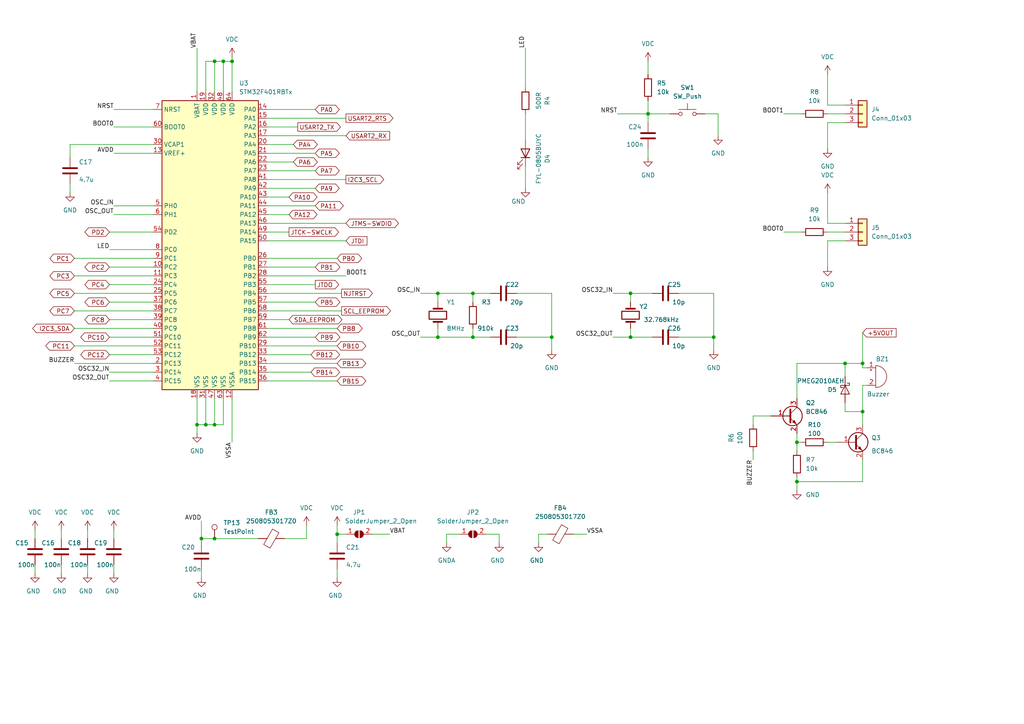
<source format=kicad_sch>
(kicad_sch (version 20211123) (generator eeschema)
  (paper "A4")
  (lib_symbols
    (symbol "Connector:TestPoint" (pin_numbers hide) (pin_names (offset 0.762) hide)
      (property "Reference" "TP" (at 0 6.858 0))
      (property "Value" "TestPoint" (at 0 5.08 0))
      (symbol "TestPoint_0_1"
        (circle (center 0 3.302) (radius 0.762))
      )
      (symbol "TestPoint_1_1"
        (pin passive line (at 0 0 90) (length 2.54) (name "1") (number "1"))
      )
    )
    (symbol "Connector_Generic:Conn_01x03" (pin_names (offset 1.016) hide)
      (property "Reference" "J" (at 0 5.08 0))
      (property "Value" "Conn_01x03" (at 0 -5.08 0))
      (symbol "Conn_01x03_1_1"
        (rectangle (start -1.27 -2.413) (end 0 -2.667) (stroke (width 0.1524)))
        (rectangle (start -1.27 0.127) (end 0 -0.127) (stroke (width 0.1524)))
        (rectangle (start -1.27 2.667) (end 0 2.413) (stroke (width 0.1524)))
        (rectangle (start -1.27 3.81) (end 1.27 -3.81) (stroke (width 0.254)) (fill (type background)))
        (pin passive line (at -5.08 2.54 0) (length 3.81) (name "Pin_1") (number "1"))
        (pin passive line (at -5.08 0 0) (length 3.81) (name "Pin_2") (number "2"))
        (pin passive line (at -5.08 -2.54 0) (length 3.81) (name "Pin_3") (number "3"))
      )
    )
    (symbol "Device:Buzzer" (pin_names (offset 0.0254) hide)
      (property "Reference" "BZ" (at 3.81 1.27 0))
      (property "Value" "Buzzer" (at 3.81 -1.27 0))
      (symbol "Buzzer_0_1"
        (arc (start 0 -3.175) (mid 3.175 0) (end 0 3.175))
        (polyline (pts (xy -1.651 1.905) (xy -1.143 1.905)))
        (polyline (pts (xy -1.397 2.159) (xy -1.397 1.651)))
        (polyline (pts (xy 0 3.175) (xy 0 -3.175)))
      )
      (symbol "Buzzer_1_1"
        (pin passive line (at -2.54 2.54 0) (length 2.54) (name "-") (number "1"))
        (pin passive line (at -2.54 -2.54 0) (length 2.54) (name "+") (number "2"))
      )
    )
    (symbol "Device:C" (pin_numbers hide) (pin_names (offset 0.254))
      (property "Reference" "C" (at 0.635 2.54 0))
      (property "Value" "C" (at 0.635 -2.54 0))
      (symbol "C_0_1"
        (polyline (pts (xy -2.032 -0.762) (xy 2.032 -0.762)) (stroke (width 0.508)))
        (polyline (pts (xy -2.032 0.762) (xy 2.032 0.762)) (stroke (width 0.508)))
      )
      (symbol "C_1_1"
        (pin passive line (at 0 3.81 270) (length 2.794) (name "~") (number "1"))
        (pin passive line (at 0 -3.81 90) (length 2.794) (name "~") (number "2"))
      )
    )
    (symbol "Device:Crystal" (pin_numbers hide) (pin_names (offset 1.016) hide)
      (property "Reference" "Y" (at 0 3.81 0))
      (property "Value" "Crystal" (at 0 -3.81 0))
      (symbol "Crystal_0_1"
        (rectangle (start -1.143 2.54) (end 1.143 -2.54) (stroke (width 0.3048)))
        (polyline (pts (xy -2.54 0) (xy -1.905 0)))
        (polyline (pts (xy -1.905 -1.27) (xy -1.905 1.27)) (stroke (width 0.508)))
        (polyline (pts (xy 1.905 -1.27) (xy 1.905 1.27)) (stroke (width 0.508)))
        (polyline (pts (xy 2.54 0) (xy 1.905 0)))
      )
      (symbol "Crystal_1_1"
        (pin passive line (at -3.81 0 0) (length 1.27) (name "1") (number "1"))
        (pin passive line (at 3.81 0 180) (length 1.27) (name "2") (number "2"))
      )
    )
    (symbol "Device:FerriteBead" (pin_numbers hide) (pin_names (offset 0))
      (property "Reference" "FB" (at -3.81 0.635 90))
      (property "Value" "FerriteBead" (at 3.81 0 90))
      (symbol "FerriteBead_0_1"
        (polyline (pts (xy 0 -1.27) (xy 0 -1.2192)))
        (polyline (pts (xy 0 1.27) (xy 0 1.2954)))
        (polyline (pts (xy -2.7686 0.4064) (xy -1.7018 2.2606) (xy 2.7686 -0.3048) (xy 1.6764 -2.159) (xy -2.7686 0.4064)))
      )
      (symbol "FerriteBead_1_1"
        (pin passive line (at 0 3.81 270) (length 2.54) (name "~") (number "1"))
        (pin passive line (at 0 -3.81 90) (length 2.54) (name "~") (number "2"))
      )
    )
    (symbol "Device:LED" (pin_numbers hide) (pin_names (offset 1.016) hide)
      (property "Reference" "D" (at 0 2.54 0))
      (property "Value" "LED" (at 0 -2.54 0))
      (symbol "LED_0_1"
        (polyline (pts (xy -1.27 -1.27) (xy -1.27 1.27)) (stroke (width 0.254)))
        (polyline (pts (xy -1.27 0) (xy 1.27 0)))
        (polyline (pts (xy 1.27 -1.27) (xy 1.27 1.27) (xy -1.27 0) (xy 1.27 -1.27)) (stroke (width 0.254)))
        (polyline (pts (xy -3.048 -0.762) (xy -4.572 -2.286) (xy -3.81 -2.286) (xy -4.572 -2.286) (xy -4.572 -1.524)))
        (polyline (pts (xy -1.778 -0.762) (xy -3.302 -2.286) (xy -2.54 -2.286) (xy -3.302 -2.286) (xy -3.302 -1.524)))
      )
      (symbol "LED_1_1"
        (pin passive line (at -3.81 0 0) (length 2.54) (name "K") (number "1"))
        (pin passive line (at 3.81 0 180) (length 2.54) (name "A") (number "2"))
      )
    )
    (symbol "Device:R" (pin_numbers hide) (pin_names (offset 0))
      (property "Reference" "R" (at 2.032 0 90))
      (property "Value" "R" (at 0 0 90))
      (symbol "R_0_1"
        (rectangle (start -1.016 -2.54) (end 1.016 2.54) (stroke (width 0.254)))
      )
      (symbol "R_1_1"
        (pin passive line (at 0 3.81 270) (length 1.27) (name "~") (number "1"))
        (pin passive line (at 0 -3.81 90) (length 1.27) (name "~") (number "2"))
      )
    )
    (symbol "Diode:PMEG2010AEH" (pin_numbers hide) (pin_names hide)
      (property "Reference" "D" (at 0 2.54 0))
      (property "Value" "PMEG2010AEH" (at 0 -2.54 0))
      (symbol "PMEG2010AEH_0_1"
        (polyline (pts (xy 1.27 0) (xy -1.27 0)))
        (polyline (pts (xy 1.27 1.27) (xy 1.27 -1.27) (xy -1.27 0) (xy 1.27 1.27)) (stroke (width 0.2032)))
        (polyline (pts (xy -1.905 0.635) (xy -1.905 1.27) (xy -1.27 1.27) (xy -1.27 -1.27) (xy -0.635 -1.27) (xy -0.635 -0.635)) (stroke (width 0.2032)))
      )
      (symbol "PMEG2010AEH_1_1"
        (pin passive line (at -3.81 0 0) (length 2.54) (name "K") (number "1"))
        (pin passive line (at 3.81 0 180) (length 2.54) (name "A") (number "2"))
      )
    )
    (symbol "Jumper:SolderJumper_2_Open" (pin_names (offset 0) hide)
      (property "Reference" "JP" (at 0 2.032 0))
      (property "Value" "SolderJumper_2_Open" (at 0 -2.54 0))
      (symbol "SolderJumper_2_Open_0_1"
        (arc (start -0.254 1.016) (mid -1.27 0) (end -0.254 -1.016))
        (arc (start -0.254 1.016) (mid -1.27 0) (end -0.254 -1.016) (fill (type outline)))
        (polyline (pts (xy -0.254 1.016) (xy -0.254 -1.016)))
        (polyline (pts (xy 0.254 1.016) (xy 0.254 -1.016)))
        (arc (start 0.254 -1.016) (mid 1.27 0) (end 0.254 1.016))
        (arc (start 0.254 -1.016) (mid 1.27 0) (end 0.254 1.016) (fill (type outline)))
      )
      (symbol "SolderJumper_2_Open_1_1"
        (pin passive line (at -3.81 0 0) (length 2.54) (name "A") (number "1"))
        (pin passive line (at 3.81 0 180) (length 2.54) (name "B") (number "2"))
      )
    )
    (symbol "MCU_ST_STM32F4:STM32F401RBTx"
      (property "Reference" "U" (at -15.24 41.91 0))
      (property "Value" "STM32F401RBTx" (at 7.62 41.91 0))
      (symbol "STM32F401RBTx_0_1"
        (rectangle (start -15.24 -43.18) (end 12.7 40.64) (stroke (width 0.254)) (fill (type background)))
      )
      (symbol "STM32F401RBTx_1_1"
        (pin power_in line (at -5.08 43.18 270) (length 2.54) (name "VBAT") (number "1"))
        (pin bidirectional line (at -17.78 -7.62 0) (length 2.54) (name "PC2") (number "10"))
        (pin bidirectional line (at -17.78 -10.16 0) (length 2.54) (name "PC3") (number "11"))
        (pin power_in line (at 5.08 -45.72 90) (length 2.54) (name "VSSA") (number "12"))
        (pin power_in line (at -17.78 25.4 0) (length 2.54) (name "VREF+") (number "13"))
        (pin bidirectional line (at 15.24 38.1 180) (length 2.54) (name "PA0") (number "14"))
        (pin bidirectional line (at 15.24 35.56 180) (length 2.54) (name "PA1") (number "15"))
        (pin bidirectional line (at 15.24 33.02 180) (length 2.54) (name "PA2") (number "16"))
        (pin bidirectional line (at 15.24 30.48 180) (length 2.54) (name "PA3") (number "17"))
        (pin power_in line (at -5.08 -45.72 90) (length 2.54) (name "VSS") (number "18"))
        (pin power_in line (at -2.54 43.18 270) (length 2.54) (name "VDD") (number "19"))
        (pin bidirectional line (at -17.78 -35.56 0) (length 2.54) (name "PC13") (number "2"))
        (pin bidirectional line (at 15.24 27.94 180) (length 2.54) (name "PA4") (number "20"))
        (pin bidirectional line (at 15.24 25.4 180) (length 2.54) (name "PA5") (number "21"))
        (pin bidirectional line (at 15.24 22.86 180) (length 2.54) (name "PA6") (number "22"))
        (pin bidirectional line (at 15.24 20.32 180) (length 2.54) (name "PA7") (number "23"))
        (pin bidirectional line (at -17.78 -12.7 0) (length 2.54) (name "PC4") (number "24"))
        (pin bidirectional line (at -17.78 -15.24 0) (length 2.54) (name "PC5") (number "25"))
        (pin bidirectional line (at 15.24 -5.08 180) (length 2.54) (name "PB0") (number "26"))
        (pin bidirectional line (at 15.24 -7.62 180) (length 2.54) (name "PB1") (number "27"))
        (pin bidirectional line (at 15.24 -10.16 180) (length 2.54) (name "PB2") (number "28"))
        (pin bidirectional line (at 15.24 -30.48 180) (length 2.54) (name "PB10") (number "29"))
        (pin bidirectional line (at -17.78 -38.1 0) (length 2.54) (name "PC14") (number "3"))
        (pin power_in line (at -17.78 27.94 0) (length 2.54) (name "VCAP1") (number "30"))
        (pin power_in line (at -2.54 -45.72 90) (length 2.54) (name "VSS") (number "31"))
        (pin power_in line (at 0 43.18 270) (length 2.54) (name "VDD") (number "32"))
        (pin bidirectional line (at 15.24 -33.02 180) (length 2.54) (name "PB12") (number "33"))
        (pin bidirectional line (at 15.24 -35.56 180) (length 2.54) (name "PB13") (number "34"))
        (pin bidirectional line (at 15.24 -38.1 180) (length 2.54) (name "PB14") (number "35"))
        (pin bidirectional line (at 15.24 -40.64 180) (length 2.54) (name "PB15") (number "36"))
        (pin bidirectional line (at -17.78 -17.78 0) (length 2.54) (name "PC6") (number "37"))
        (pin bidirectional line (at -17.78 -20.32 0) (length 2.54) (name "PC7") (number "38"))
        (pin bidirectional line (at -17.78 -22.86 0) (length 2.54) (name "PC8") (number "39"))
        (pin bidirectional line (at -17.78 -40.64 0) (length 2.54) (name "PC15") (number "4"))
        (pin bidirectional line (at -17.78 -25.4 0) (length 2.54) (name "PC9") (number "40"))
        (pin bidirectional line (at 15.24 17.78 180) (length 2.54) (name "PA8") (number "41"))
        (pin bidirectional line (at 15.24 15.24 180) (length 2.54) (name "PA9") (number "42"))
        (pin bidirectional line (at 15.24 12.7 180) (length 2.54) (name "PA10") (number "43"))
        (pin bidirectional line (at 15.24 10.16 180) (length 2.54) (name "PA11") (number "44"))
        (pin bidirectional line (at 15.24 7.62 180) (length 2.54) (name "PA12") (number "45"))
        (pin bidirectional line (at 15.24 5.08 180) (length 2.54) (name "PA13") (number "46"))
        (pin power_in line (at 0 -45.72 90) (length 2.54) (name "VSS") (number "47"))
        (pin power_in line (at 2.54 43.18 270) (length 2.54) (name "VDD") (number "48"))
        (pin bidirectional line (at 15.24 2.54 180) (length 2.54) (name "PA14") (number "49"))
        (pin input line (at -17.78 10.16 0) (length 2.54) (name "PH0") (number "5"))
        (pin bidirectional line (at 15.24 0 180) (length 2.54) (name "PA15") (number "50"))
        (pin bidirectional line (at -17.78 -27.94 0) (length 2.54) (name "PC10") (number "51"))
        (pin bidirectional line (at -17.78 -30.48 0) (length 2.54) (name "PC11") (number "52"))
        (pin bidirectional line (at -17.78 -33.02 0) (length 2.54) (name "PC12") (number "53"))
        (pin bidirectional line (at -17.78 2.54 0) (length 2.54) (name "PD2") (number "54"))
        (pin bidirectional line (at 15.24 -12.7 180) (length 2.54) (name "PB3") (number "55"))
        (pin bidirectional line (at 15.24 -15.24 180) (length 2.54) (name "PB4") (number "56"))
        (pin bidirectional line (at 15.24 -17.78 180) (length 2.54) (name "PB5") (number "57"))
        (pin bidirectional line (at 15.24 -20.32 180) (length 2.54) (name "PB6") (number "58"))
        (pin bidirectional line (at 15.24 -22.86 180) (length 2.54) (name "PB7") (number "59"))
        (pin input line (at -17.78 7.62 0) (length 2.54) (name "PH1") (number "6"))
        (pin input line (at -17.78 33.02 0) (length 2.54) (name "BOOT0") (number "60"))
        (pin bidirectional line (at 15.24 -25.4 180) (length 2.54) (name "PB8") (number "61"))
        (pin bidirectional line (at 15.24 -27.94 180) (length 2.54) (name "PB9") (number "62"))
        (pin power_in line (at 2.54 -45.72 90) (length 2.54) (name "VSS") (number "63"))
        (pin power_in line (at 5.08 43.18 270) (length 2.54) (name "VDD") (number "64"))
        (pin input line (at -17.78 38.1 0) (length 2.54) (name "NRST") (number "7"))
        (pin bidirectional line (at -17.78 -2.54 0) (length 2.54) (name "PC0") (number "8"))
        (pin bidirectional line (at -17.78 -5.08 0) (length 2.54) (name "PC1") (number "9"))
      )
    )
    (symbol "Switch:SW_Push" (pin_numbers hide) (pin_names (offset 1.016) hide)
      (property "Reference" "SW" (at 1.27 2.54 0))
      (property "Value" "SW_Push" (at 0 -1.524 0))
      (symbol "SW_Push_0_1"
        (circle (center -2.032 0) (radius 0.508))
        (polyline (pts (xy 0 1.27) (xy 0 3.048)))
        (polyline (pts (xy 2.54 1.27) (xy -2.54 1.27)))
        (circle (center 2.032 0) (radius 0.508))
        (pin passive line (at -5.08 0 0) (length 2.54) (name "1") (number "1"))
        (pin passive line (at 5.08 0 180) (length 2.54) (name "2") (number "2"))
      )
    )
    (symbol "Transistor_BJT:BC846" (pin_names (offset 0) hide)
      (property "Reference" "Q" (at 5.08 1.905 0))
      (property "Value" "BC846" (at 5.08 0 0))
      (symbol "BC846_0_1"
        (polyline (pts (xy 0.635 0.635) (xy 2.54 2.54)))
        (polyline (pts (xy 0.635 -0.635) (xy 2.54 -2.54) (xy 2.54 -2.54)))
        (polyline (pts (xy 0.635 1.905) (xy 0.635 -1.905) (xy 0.635 -1.905)) (stroke (width 0.508)))
        (polyline (pts (xy 1.27 -1.778) (xy 1.778 -1.27) (xy 2.286 -2.286) (xy 1.27 -1.778) (xy 1.27 -1.778)) (fill (type outline)))
        (circle (center 1.27 0) (radius 2.8194) (stroke (width 0.254)))
      )
      (symbol "BC846_1_1"
        (pin input line (at -5.08 0 0) (length 5.715) (name "B") (number "1"))
        (pin passive line (at 2.54 -5.08 90) (length 2.54) (name "E") (number "2"))
        (pin passive line (at 2.54 5.08 270) (length 2.54) (name "C") (number "3"))
      )
    )
    (symbol "power:GND" (power) (pin_names (offset 0))
      (property "Value" "GND" (at 0 -3.81 0))
      (symbol "GND_0_1"
        (polyline (pts (xy 0 0) (xy 0 -1.27) (xy 1.27 -1.27) (xy 0 -2.54) (xy -1.27 -1.27) (xy 0 -1.27)))
      )
      (symbol "GND_1_1"
        (pin power_in line (at 0 0 270) (length 0) hide (name "GND") (number "1"))
      )
    )
    (symbol "power:GNDA" (power) (pin_names (offset 0))
      (property "Value" "GNDA" (at 0 -3.81 0))
      (symbol "GNDA_0_1"
        (polyline (pts (xy 0 0) (xy 0 -1.27) (xy 1.27 -1.27) (xy 0 -2.54) (xy -1.27 -1.27) (xy 0 -1.27)))
      )
      (symbol "GNDA_1_1"
        (pin power_in line (at 0 0 270) (length 0) hide (name "GNDA") (number "1"))
      )
    )
    (symbol "power:VDC" (power) (pin_names (offset 0))
      (property "Value" "VDC" (at 0 6.35 0))
      (symbol "VDC_0_1"
        (polyline (pts (xy -0.762 1.27) (xy 0 2.54)))
        (polyline (pts (xy 0 0) (xy 0 2.54)))
        (polyline (pts (xy 0 2.54) (xy 0.762 1.27)))
      )
      (symbol "VDC_1_1"
        (pin power_in line (at 0 0 90) (length 0) hide (name "VDC") (number "1"))
      )
    )
  )
  (junction (at 59.69 123.19))
  (junction (at 245.11 105.41))
  (junction (at 62.23 17.78))
  (junction (at 231.14 128.27))
  (junction (at 62.23 156.21))
  (junction (at 137.16 97.79))
  (junction (at 207.01 97.79))
  (junction (at 250.19 119.38))
  (junction (at 127 85.09))
  (junction (at 57.15 123.19))
  (junction (at 127 97.79))
  (junction (at 62.23 123.19))
  (junction (at 67.31 17.78))
  (junction (at 250.19 105.41))
  (junction (at 231.14 139.7))
  (junction (at 97.79 154.94))
  (junction (at 137.16 85.09))
  (junction (at 58.42 156.21))
  (junction (at 160.02 97.79))
  (junction (at 182.88 85.09))
  (junction (at 64.77 17.78))
  (junction (at 182.88 97.79))
  (junction (at 187.96 33.02))
  (wire (pts (xy 62.23 123.19) (xy 59.69 123.19)))
  (wire (pts (xy 133.35 154.94) (xy 129.54 154.94)))
  (wire (pts (xy 182.88 97.79) (xy 189.23 97.79)))
  (wire (pts (xy 21.59 90.17) (xy 44.45 90.17)))
  (wire (pts (xy 33.02 163.83) (xy 33.02 166.37)))
  (wire (pts (xy 207.01 85.09) (xy 207.01 97.79)))
  (wire (pts (xy 67.31 16.51) (xy 67.31 17.78)))
  (wire (pts (xy 121.92 97.79) (xy 127 97.79)))
  (wire (pts (xy 77.47 105.41) (xy 97.79 105.41)))
  (wire (pts (xy 58.42 165.1) (xy 58.42 167.64)))
  (wire (pts (xy 77.47 31.75) (xy 91.44 31.75)))
  (wire (pts (xy 77.47 110.49) (xy 97.79 110.49)))
  (wire (pts (xy 17.78 163.83) (xy 17.78 166.37)))
  (wire (pts (xy 207.01 97.79) (xy 207.01 101.6)))
  (wire (pts (xy 218.44 133.35) (xy 218.44 130.81)))
  (wire (pts (xy 187.96 33.02) (xy 187.96 35.56)))
  (wire (pts (xy 152.4 13.97) (xy 152.4 25.4)))
  (wire (pts (xy 196.85 97.79) (xy 207.01 97.79)))
  (wire (pts (xy 97.79 165.1) (xy 97.79 167.64)))
  (wire (pts (xy 149.86 97.79) (xy 160.02 97.79)))
  (wire (pts (xy 64.77 115.57) (xy 64.77 123.19)))
  (wire (pts (xy 33.02 36.83) (xy 44.45 36.83)))
  (wire (pts (xy 17.78 153.67) (xy 17.78 156.21)))
  (wire (pts (xy 160.02 85.09) (xy 160.02 97.79)))
  (wire (pts (xy 240.03 55.88) (xy 240.03 64.77)))
  (wire (pts (xy 21.59 105.41) (xy 44.45 105.41)))
  (wire (pts (xy 31.75 102.87) (xy 44.45 102.87)))
  (wire (pts (xy 177.8 85.09) (xy 182.88 85.09)))
  (wire (pts (xy 88.9 156.21) (xy 82.55 156.21)))
  (wire (pts (xy 77.47 85.09) (xy 99.06 85.09)))
  (wire (pts (xy 58.42 156.21) (xy 58.42 157.48)))
  (wire (pts (xy 77.47 46.99) (xy 85.09 46.99)))
  (wire (pts (xy 31.75 87.63) (xy 44.45 87.63)))
  (wire (pts (xy 149.86 85.09) (xy 160.02 85.09)))
  (wire (pts (xy 245.11 116.84) (xy 245.11 119.38)))
  (wire (pts (xy 33.02 44.45) (xy 44.45 44.45)))
  (wire (pts (xy 137.16 97.79) (xy 137.16 95.25)))
  (wire (pts (xy 20.32 41.91) (xy 20.32 45.72)))
  (wire (pts (xy 240.03 43.18) (xy 240.03 35.56)))
  (wire (pts (xy 77.47 49.53) (xy 91.44 49.53)))
  (wire (pts (xy 196.85 85.09) (xy 207.01 85.09)))
  (wire (pts (xy 245.11 105.41) (xy 250.19 105.41)))
  (wire (pts (xy 231.14 105.41) (xy 245.11 105.41)))
  (wire (pts (xy 77.47 69.85) (xy 100.33 69.85)))
  (wire (pts (xy 245.11 105.41) (xy 245.11 109.22)))
  (wire (pts (xy 62.23 17.78) (xy 62.23 26.67)))
  (wire (pts (xy 121.92 85.09) (xy 127 85.09)))
  (wire (pts (xy 31.75 67.31) (xy 44.45 67.31)))
  (wire (pts (xy 67.31 17.78) (xy 67.31 26.67)))
  (wire (pts (xy 77.47 57.15) (xy 83.82 57.15)))
  (wire (pts (xy 77.47 36.83) (xy 86.36 36.83)))
  (wire (pts (xy 250.19 106.68) (xy 251.46 106.68)))
  (wire (pts (xy 77.47 64.77) (xy 100.33 64.77)))
  (wire (pts (xy 158.75 154.94) (xy 156.21 154.94)))
  (wire (pts (xy 88.9 152.4) (xy 88.9 156.21)))
  (wire (pts (xy 64.77 17.78) (xy 67.31 17.78)))
  (wire (pts (xy 250.19 96.52) (xy 250.19 105.41)))
  (wire (pts (xy 156.21 154.94) (xy 156.21 157.48)))
  (wire (pts (xy 77.47 107.95) (xy 90.17 107.95)))
  (wire (pts (xy 77.47 87.63) (xy 91.44 87.63)))
  (wire (pts (xy 33.02 31.75) (xy 44.45 31.75)))
  (wire (pts (xy 33.02 62.23) (xy 44.45 62.23)))
  (wire (pts (xy 179.07 33.02) (xy 187.96 33.02)))
  (wire (pts (xy 232.41 128.27) (xy 231.14 128.27)))
  (wire (pts (xy 77.47 77.47) (xy 91.44 77.47)))
  (wire (pts (xy 240.03 21.59) (xy 240.03 30.48)))
  (wire (pts (xy 204.47 33.02) (xy 208.28 33.02)))
  (wire (pts (xy 58.42 156.21) (xy 62.23 156.21)))
  (wire (pts (xy 250.19 139.7) (xy 231.14 139.7)))
  (wire (pts (xy 231.14 139.7) (xy 231.14 142.24)))
  (wire (pts (xy 182.88 85.09) (xy 182.88 87.63)))
  (wire (pts (xy 31.75 72.39) (xy 44.45 72.39)))
  (wire (pts (xy 152.4 33.02) (xy 152.4 40.64)))
  (wire (pts (xy 21.59 100.33) (xy 44.45 100.33)))
  (wire (pts (xy 137.16 85.09) (xy 137.16 87.63)))
  (wire (pts (xy 25.4 163.83) (xy 25.4 166.37)))
  (wire (pts (xy 64.77 123.19) (xy 62.23 123.19)))
  (wire (pts (xy 33.02 59.69) (xy 44.45 59.69)))
  (wire (pts (xy 10.16 153.67) (xy 10.16 156.21)))
  (wire (pts (xy 97.79 152.4) (xy 97.79 154.94)))
  (wire (pts (xy 250.19 111.76) (xy 251.46 111.76)))
  (wire (pts (xy 77.47 54.61) (xy 91.44 54.61)))
  (wire (pts (xy 77.47 59.69) (xy 91.44 59.69)))
  (wire (pts (xy 182.88 85.09) (xy 189.23 85.09)))
  (wire (pts (xy 187.96 29.21) (xy 187.96 33.02)))
  (wire (pts (xy 77.47 52.07) (xy 100.33 52.07)))
  (wire (pts (xy 127 85.09) (xy 137.16 85.09)))
  (wire (pts (xy 77.47 62.23) (xy 83.82 62.23)))
  (wire (pts (xy 240.03 33.02) (xy 245.11 33.02)))
  (wire (pts (xy 240.03 67.31) (xy 245.11 67.31)))
  (wire (pts (xy 10.16 163.83) (xy 10.16 166.37)))
  (wire (pts (xy 67.31 115.57) (xy 67.31 128.27)))
  (wire (pts (xy 177.8 97.79) (xy 182.88 97.79)))
  (wire (pts (xy 77.47 41.91) (xy 85.09 41.91)))
  (wire (pts (xy 142.24 85.09) (xy 137.16 85.09)))
  (wire (pts (xy 240.03 69.85) (xy 245.11 69.85)))
  (wire (pts (xy 240.03 64.77) (xy 245.11 64.77)))
  (wire (pts (xy 59.69 115.57) (xy 59.69 123.19)))
  (wire (pts (xy 31.75 110.49) (xy 44.45 110.49)))
  (wire (pts (xy 223.52 120.65) (xy 218.44 120.65)))
  (wire (pts (xy 142.24 97.79) (xy 137.16 97.79)))
  (wire (pts (xy 59.69 123.19) (xy 57.15 123.19)))
  (wire (pts (xy 250.19 119.38) (xy 250.19 111.76)))
  (wire (pts (xy 127 97.79) (xy 137.16 97.79)))
  (wire (pts (xy 144.78 154.94) (xy 144.78 157.48)))
  (wire (pts (xy 59.69 26.67) (xy 59.69 17.78)))
  (wire (pts (xy 57.15 13.97) (xy 57.15 26.67)))
  (wire (pts (xy 31.75 107.95) (xy 44.45 107.95)))
  (wire (pts (xy 187.96 17.78) (xy 187.96 21.59)))
  (wire (pts (xy 231.14 115.57) (xy 231.14 105.41)))
  (wire (pts (xy 152.4 48.26) (xy 152.4 54.61)))
  (wire (pts (xy 182.88 95.25) (xy 182.88 97.79)))
  (wire (pts (xy 127 85.09) (xy 127 87.63)))
  (wire (pts (xy 166.37 154.94) (xy 170.18 154.94)))
  (wire (pts (xy 227.33 33.02) (xy 232.41 33.02)))
  (wire (pts (xy 77.47 100.33) (xy 97.79 100.33)))
  (wire (pts (xy 77.47 82.55) (xy 91.44 82.55)))
  (wire (pts (xy 31.75 77.47) (xy 44.45 77.47)))
  (wire (pts (xy 77.47 97.79) (xy 91.44 97.79)))
  (wire (pts (xy 25.4 153.67) (xy 25.4 156.21)))
  (wire (pts (xy 21.59 95.25) (xy 44.45 95.25)))
  (wire (pts (xy 58.42 151.13) (xy 58.42 156.21)))
  (wire (pts (xy 31.75 82.55) (xy 44.45 82.55)))
  (wire (pts (xy 77.47 90.17) (xy 99.06 90.17)))
  (wire (pts (xy 187.96 33.02) (xy 194.31 33.02)))
  (wire (pts (xy 250.19 105.41) (xy 250.19 106.68)))
  (wire (pts (xy 77.47 92.71) (xy 83.82 92.71)))
  (wire (pts (xy 160.02 97.79) (xy 160.02 101.6)))
  (wire (pts (xy 44.45 41.91) (xy 20.32 41.91)))
  (wire (pts (xy 57.15 123.19) (xy 57.15 125.73)))
  (wire (pts (xy 21.59 74.93) (xy 44.45 74.93)))
  (wire (pts (xy 62.23 156.21) (xy 74.93 156.21)))
  (wire (pts (xy 250.19 123.19) (xy 250.19 119.38)))
  (wire (pts (xy 21.59 85.09) (xy 44.45 85.09)))
  (wire (pts (xy 127 95.25) (xy 127 97.79)))
  (wire (pts (xy 231.14 138.43) (xy 231.14 139.7)))
  (wire (pts (xy 20.32 53.34) (xy 20.32 55.88)))
  (wire (pts (xy 227.33 67.31) (xy 232.41 67.31)))
  (wire (pts (xy 231.14 128.27) (xy 231.14 125.73)))
  (wire (pts (xy 77.47 34.29) (xy 100.33 34.29)))
  (wire (pts (xy 107.95 154.94) (xy 113.03 154.94)))
  (wire (pts (xy 231.14 128.27) (xy 231.14 130.81)))
  (wire (pts (xy 77.47 80.01) (xy 100.33 80.01)))
  (wire (pts (xy 245.11 119.38) (xy 250.19 119.38)))
  (wire (pts (xy 62.23 17.78) (xy 64.77 17.78)))
  (wire (pts (xy 187.96 43.18) (xy 187.96 45.72)))
  (wire (pts (xy 31.75 97.79) (xy 44.45 97.79)))
  (wire (pts (xy 21.59 80.01) (xy 44.45 80.01)))
  (wire (pts (xy 62.23 115.57) (xy 62.23 123.19)))
  (wire (pts (xy 59.69 17.78) (xy 62.23 17.78)))
  (wire (pts (xy 77.47 95.25) (xy 97.79 95.25)))
  (wire (pts (xy 31.75 92.71) (xy 44.45 92.71)))
  (wire (pts (xy 240.03 77.47) (xy 240.03 69.85)))
  (wire (pts (xy 140.97 154.94) (xy 144.78 154.94)))
  (wire (pts (xy 97.79 154.94) (xy 97.79 157.48)))
  (wire (pts (xy 240.03 128.27) (xy 242.57 128.27)))
  (wire (pts (xy 240.03 35.56) (xy 245.11 35.56)))
  (wire (pts (xy 240.03 30.48) (xy 245.11 30.48)))
  (wire (pts (xy 100.33 154.94) (xy 97.79 154.94)))
  (wire (pts (xy 33.02 153.67) (xy 33.02 156.21)))
  (wire (pts (xy 77.47 67.31) (xy 83.82 67.31)))
  (wire (pts (xy 77.47 102.87) (xy 90.17 102.87)))
  (wire (pts (xy 77.47 39.37) (xy 100.33 39.37)))
  (wire (pts (xy 250.19 133.35) (xy 250.19 139.7)))
  (wire (pts (xy 64.77 17.78) (xy 64.77 26.67)))
  (wire (pts (xy 77.47 44.45) (xy 91.44 44.45)))
  (wire (pts (xy 77.47 74.93) (xy 97.79 74.93)))
  (wire (pts (xy 57.15 115.57) (xy 57.15 123.19)))
  (wire (pts (xy 129.54 154.94) (xy 129.54 157.48)))
  (wire (pts (xy 218.44 120.65) (xy 218.44 123.19)))
  (wire (pts (xy 208.28 33.02) (xy 208.28 39.37)))
  (label "OSC32_IN" (at 31.75 107.95 180) (effects (font (size 1.2446 1.2446))))
  (label "LED" (at 152.4 13.97 90) (effects (font (size 1.2446 1.2446))))
  (label "OSC_IN" (at 121.92 85.09 180) (effects (font (size 1.2446 1.2446))))
  (label "BOOT1" (at 227.33 33.02 180) (effects (font (size 1.2446 1.2446))))
  (label "VBAT" (at 113.03 154.94 0) (effects (font (size 1.2446 1.2446))))
  (label "VSSA" (at 67.31 128.27 270) (effects (font (size 1.2446 1.2446))))
  (label "BOOT0" (at 33.02 36.83 180) (effects (font (size 1.2446 1.2446))))
  (label "VBAT" (at 57.15 13.97 90) (effects (font (size 1.2446 1.2446))))
  (label "OSC_OUT" (at 33.02 62.23 180) (effects (font (size 1.2446 1.2446))))
  (label "OSC32_OUT" (at 177.8 97.79 180) (effects (font (size 1.2446 1.2446))))
  (label "NRST" (at 179.07 33.02 180) (effects (font (size 1.2446 1.2446))))
  (label "OSC_IN" (at 33.02 59.69 180) (effects (font (size 1.2446 1.2446))))
  (label "BUZZER" (at 218.44 133.35 270) (effects (font (size 1.2446 1.2446))))
  (label "BOOT1" (at 100.33 80.01 0) (effects (font (size 1.2446 1.2446))))
  (label "LED" (at 31.75 72.39 180))
  (label "OSC32_IN" (at 177.8 85.09 180) (effects (font (size 1.2446 1.2446))))
  (label "OSC_OUT" (at 121.92 97.79 180) (effects (font (size 1.2446 1.2446))))
  (label "NRST" (at 33.02 31.75 180) (effects (font (size 1.2446 1.2446))))
  (label "BOOT0" (at 227.33 67.31 180) (effects (font (size 1.2446 1.2446))))
  (label "BUZZER" (at 21.59 105.41 180) (effects (font (size 1.2446 1.2446))))
  (label "AVDD" (at 33.02 44.45 180) (effects (font (size 1.2446 1.2446))))
  (label "VSSA" (at 170.18 154.94 0) (effects (font (size 1.2446 1.2446))))
  (label "AVDD" (at 58.42 151.13 180) (effects (font (size 1.2446 1.2446))))
  (label "OSC32_OUT" (at 31.75 110.49 180) (effects (font (size 1.2446 1.2446))))
  (global_label "PA6" (shape bidirectional) (at 85.09 46.99 0) (effects (font (size 1.2446 1.2446))) (property "Intersheet References" "${INTERSHEET_REFS}" (effects hide)))
  (global_label "I2C3_SCL" (shape output) (at 100.33 52.07 0) (effects (font (size 1.2446 1.2446))) (property "Intersheet References" "${INTERSHEET_REFS}" (effects hide)))
  (global_label "PC10" (shape bidirectional) (at 31.75 97.79 180) (effects (font (size 1.2446 1.2446))) (property "Intersheet References" "${INTERSHEET_REFS}" (effects hide)))
  (global_label "USART2_RTS" (shape output) (at 100.33 34.29 0) (effects (font (size 1.2446 1.2446))) (property "Intersheet References" "${INTERSHEET_REFS}" (effects hide)))
  (global_label "PB5" (shape bidirectional) (at 91.44 87.63 0) (effects (font (size 1.2446 1.2446))) (property "Intersheet References" "${INTERSHEET_REFS}" (effects hide)))
  (global_label "PB12" (shape bidirectional) (at 90.17 102.87 0) (effects (font (size 1.2446 1.2446))) (property "Intersheet References" "${INTERSHEET_REFS}" (effects hide)))
  (global_label "PC1" (shape bidirectional) (at 21.59 74.93 180) (effects (font (size 1.2446 1.2446))) (property "Intersheet References" "${INTERSHEET_REFS}" (effects hide)))
  (global_label "PA9" (shape bidirectional) (at 91.44 54.61 0) (effects (font (size 1.2446 1.2446))) (property "Intersheet References" "${INTERSHEET_REFS}" (effects hide)))
  (global_label "+5VOUT" (shape input) (at 250.19 96.52 0) (effects (font (size 1.2446 1.2446))) (property "Intersheet References" "${INTERSHEET_REFS}" (effects hide)))
  (global_label "PC2" (shape bidirectional) (at 31.75 77.47 180) (effects (font (size 1.2446 1.2446))) (property "Intersheet References" "${INTERSHEET_REFS}" (effects hide)))
  (global_label "SDA_EEPROM" (shape bidirectional) (at 83.82 92.71 0) (effects (font (size 1.2446 1.2446))) (property "Intersheet References" "${INTERSHEET_REFS}" (effects hide)))
  (global_label "PB14" (shape bidirectional) (at 90.17 107.95 0) (effects (font (size 1.2446 1.2446))) (property "Intersheet References" "${INTERSHEET_REFS}" (effects hide)))
  (global_label "PC4" (shape bidirectional) (at 31.75 82.55 180) (effects (font (size 1.2446 1.2446))) (property "Intersheet References" "${INTERSHEET_REFS}" (effects hide)))
  (global_label "PA4" (shape bidirectional) (at 85.09 41.91 0) (effects (font (size 1.2446 1.2446))) (property "Intersheet References" "${INTERSHEET_REFS}" (effects hide)))
  (global_label "PC8" (shape bidirectional) (at 31.75 92.71 180) (effects (font (size 1.2446 1.2446))) (property "Intersheet References" "${INTERSHEET_REFS}" (effects hide)))
  (global_label "PD2" (shape bidirectional) (at 31.75 67.31 180) (effects (font (size 1.2446 1.2446))) (property "Intersheet References" "${INTERSHEET_REFS}" (effects hide)))
  (global_label "NJTRST" (shape output) (at 99.06 85.09 0) (effects (font (size 1.2446 1.2446))) (property "Intersheet References" "${INTERSHEET_REFS}" (effects hide)))
  (global_label "PB13" (shape bidirectional) (at 97.79 105.41 0) (effects (font (size 1.2446 1.2446))) (property "Intersheet References" "${INTERSHEET_REFS}" (effects hide)))
  (global_label "PC11" (shape bidirectional) (at 21.59 100.33 180) (effects (font (size 1.2446 1.2446))) (property "Intersheet References" "${INTERSHEET_REFS}" (effects hide)))
  (global_label "PC3" (shape bidirectional) (at 21.59 80.01 180) (effects (font (size 1.2446 1.2446))) (property "Intersheet References" "${INTERSHEET_REFS}" (effects hide)))
  (global_label "JTMS-SWDIO" (shape bidirectional) (at 100.33 64.77 0) (effects (font (size 1.2446 1.2446))) (property "Intersheet References" "${INTERSHEET_REFS}" (effects hide)))
  (global_label "JTDI" (shape input) (at 100.33 69.85 0) (effects (font (size 1.2446 1.2446))) (property "Intersheet References" "${INTERSHEET_REFS}" (effects hide)))
  (global_label "PA0" (shape bidirectional) (at 91.44 31.75 0) (effects (font (size 1.2446 1.2446))) (property "Intersheet References" "${INTERSHEET_REFS}" (effects hide)))
  (global_label "PB0" (shape bidirectional) (at 97.79 74.93 0) (effects (font (size 1.2446 1.2446))) (property "Intersheet References" "${INTERSHEET_REFS}" (effects hide)))
  (global_label "USART2_RX" (shape input) (at 100.33 39.37 0) (effects (font (size 1.2446 1.2446))) (property "Intersheet References" "${INTERSHEET_REFS}" (effects hide)))
  (global_label "PC5" (shape bidirectional) (at 21.59 85.09 180) (effects (font (size 1.2446 1.2446))) (property "Intersheet References" "${INTERSHEET_REFS}" (effects hide)))
  (global_label "JTCK-SWCLK" (shape output) (at 83.82 67.31 0) (effects (font (size 1.2446 1.2446))) (property "Intersheet References" "${INTERSHEET_REFS}" (effects hide)))
  (global_label "PA11" (shape bidirectional) (at 91.44 59.69 0) (effects (font (size 1.2446 1.2446))) (property "Intersheet References" "${INTERSHEET_REFS}" (effects hide)))
  (global_label "PB8" (shape bidirectional) (at 97.79 95.25 0) (property "Intersheet References" "${INTERSHEET_REFS}" (effects hide)))
  (global_label "PA5" (shape bidirectional) (at 91.44 44.45 0) (effects (font (size 1.2446 1.2446))) (property "Intersheet References" "${INTERSHEET_REFS}" (effects hide)))
  (global_label "PA7" (shape bidirectional) (at 91.44 49.53 0) (effects (font (size 1.2446 1.2446))) (property "Intersheet References" "${INTERSHEET_REFS}" (effects hide)))
  (global_label "JTDO" (shape output) (at 91.44 82.55 0) (effects (font (size 1.2446 1.2446))) (property "Intersheet References" "${INTERSHEET_REFS}" (effects hide)))
  (global_label "PC6" (shape bidirectional) (at 31.75 87.63 180) (effects (font (size 1.2446 1.2446))) (property "Intersheet References" "${INTERSHEET_REFS}" (effects hide)))
  (global_label "I2C3_SDA" (shape bidirectional) (at 21.59 95.25 180) (effects (font (size 1.2446 1.2446))) (property "Intersheet References" "${INTERSHEET_REFS}" (effects hide)))
  (global_label "PB9" (shape bidirectional) (at 91.44 97.79 0) (effects (font (size 1.2446 1.2446))) (property "Intersheet References" "${INTERSHEET_REFS}" (effects hide)))
  (global_label "PC12" (shape bidirectional) (at 31.75 102.87 180) (effects (font (size 1.2446 1.2446))) (property "Intersheet References" "${INTERSHEET_REFS}" (effects hide)))
  (global_label "SCL_EEPROM" (shape output) (at 99.06 90.17 0) (effects (font (size 1.2446 1.2446))) (property "Intersheet References" "${INTERSHEET_REFS}" (effects hide)))
  (global_label "PC7" (shape bidirectional) (at 21.59 90.17 180) (effects (font (size 1.2446 1.2446))) (property "Intersheet References" "${INTERSHEET_REFS}" (effects hide)))
  (global_label "USART2_TX" (shape output) (at 86.36 36.83 0) (effects (font (size 1.2446 1.2446))) (property "Intersheet References" "${INTERSHEET_REFS}" (effects hide)))
  (global_label "PA12" (shape bidirectional) (at 83.82 62.23 0) (effects (font (size 1.2446 1.2446))) (property "Intersheet References" "${INTERSHEET_REFS}" (effects hide)))
  (global_label "PB1" (shape bidirectional) (at 91.44 77.47 0) (effects (font (size 1.2446 1.2446))) (property "Intersheet References" "${INTERSHEET_REFS}" (effects hide)))
  (global_label "PB15" (shape bidirectional) (at 97.79 110.49 0) (effects (font (size 1.2446 1.2446))) (property "Intersheet References" "${INTERSHEET_REFS}" (effects hide)))
  (global_label "PB10" (shape bidirectional) (at 97.79 100.33 0) (effects (font (size 1.2446 1.2446))) (property "Intersheet References" "${INTERSHEET_REFS}" (effects hide)))
  (global_label "PA10" (shape bidirectional) (at 83.82 57.15 0) (effects (font (size 1.2446 1.2446))) (property "Intersheet References" "${INTERSHEET_REFS}" (effects hide)))
  (symbol (lib_id "Device:C") (at 10.16 160.02 0) (unit 1)
    (property "Reference" "C15" (at 6.35 157.48 0))
    (property "Value" "100n" (at 7.62 163.83 0))
    (property "Footprint" "Capacitor_SMD:C_0805_2012Metric" (effects hide))
  )
  (symbol (lib_id "Transistor_BJT:BC846") (at 228.6 120.65 0) (unit 1)
    (property "Reference" "Q2" (at 233.68 116.84 0) (effects (justify left)))
    (property "Value" "BC846" (at 233.68 119.38 0) (effects (justify left)))
    (property "Footprint" "Package_TO_SOT_SMD:SOT-23" (effects hide))
    (property "Datasheet" "https://assets.nexperia.com/documents/data-sheet/BC846_SER.pdf" (effects hide))
  )
  (symbol (lib_id "power:VDC") (at 33.02 153.67 0) (unit 1)
    (property "Reference" "#PWR022" (effects hide))
    (property "Value" "VDC" (at 33.02 148.59 0))
  )
  (symbol (lib_id "power:VDC") (at 67.31 16.51 0) (unit 1)
    (property "Reference" "#PWR026" (effects hide))
    (property "Value" "VDC" (at 67.31 11.43 0))
  )
  (symbol (lib_id "Device:C") (at 97.79 161.29 0) (unit 1)
    (property "Reference" "C21" (at 100.33 158.75 0) (effects (justify left)))
    (property "Value" "4.7u" (at 100.33 163.83 0) (effects (justify left)))
    (property "Footprint" "Capacitor_SMD:C_1206_3216Metric" (effects hide))
  )
  (symbol (lib_id "Device:FerriteBead") (at 162.56 154.94 90) (unit 1)
    (property "Reference" "FB4" (at 162.5092 147.32 90))
    (property "Value" "2508053017Z0" (at 162.5092 149.86 90))
    (property "Footprint" "Inductor_SMD:L_0805_2012Metric" (effects hide))
  )
  (symbol (lib_id "power:GND") (at 240.03 77.47 0) (unit 1)
    (property "Reference" "#PWR043" (effects hide))
    (property "Value" "GND" (at 240.03 82.55 0))
  )
  (symbol (lib_id "Device:C") (at 20.32 49.53 0) (unit 1)
    (property "Reference" "C17" (at 22.86 46.99 0) (effects (justify left)))
    (property "Value" "4.7u" (at 22.86 52.07 0) (effects (justify left)))
    (property "Footprint" "Capacitor_SMD:C_1206_3216Metric" (effects hide))
  )
  (symbol (lib_id "power:GND") (at 20.32 55.88 0) (unit 1)
    (property "Reference" "#PWR019" (effects hide))
    (property "Value" "GND" (at 20.32 60.96 0))
  )
  (symbol (lib_id "Connector_Generic:Conn_01x03") (at 250.19 33.02 0) (unit 1)
    (property "Reference" "J4" (at 252.73 31.7499 0) (effects (justify left)))
    (property "Value" "Conn_01x03" (at 252.73 34.2899 0) (effects (justify left)))
    (property "Footprint" "Connector_PinHeader_2.54mm:PinHeader_1x03_P2.54mm_Vertical" (effects hide))
  )
  (symbol (lib_id "power:GND") (at 187.96 45.72 0) (unit 1)
    (property "Reference" "#PWR036" (effects hide))
    (property "Value" "GND" (at 187.96 50.8 0))
  )
  (symbol (lib_id "Device:C") (at 17.78 160.02 0) (unit 1)
    (property "Reference" "C16" (at 13.97 157.48 0))
    (property "Value" "100n" (at 15.24 163.83 0))
    (property "Footprint" "Capacitor_SMD:C_0805_2012Metric" (effects hide))
  )
  (symbol (lib_id "power:GND") (at 25.4 166.37 0) (unit 1)
    (property "Reference" "#PWR021" (effects hide))
    (property "Value" "GND" (at 22.86 171.45 0) (effects (justify left)))
  )
  (symbol (lib_id "power:VDC") (at 88.9 152.4 0) (unit 1)
    (property "Reference" "#PWR027" (effects hide))
    (property "Value" "VDC" (at 88.9 147.32 0))
  )
  (symbol (lib_id "Device:FerriteBead") (at 78.74 156.21 90) (unit 1)
    (property "Reference" "FB3" (at 78.6892 148.59 90))
    (property "Value" "2508053017Z0" (at 78.6892 151.13 90))
    (property "Footprint" "Inductor_SMD:L_0805_2012Metric" (effects hide))
  )
  (symbol (lib_id "Jumper:SolderJumper_2_Open") (at 104.14 154.94 0) (unit 1)
    (property "Reference" "JP1" (at 104.14 148.59 0))
    (property "Value" "SolderJumper_2_Open" (at 110.49 151.13 0))
    (property "Footprint" "Jumper:SolderJumper-2_P1.3mm_Open_TrianglePad1.0x1.5mm" (effects hide))
  )
  (symbol (lib_id "Device:C") (at 187.96 39.37 0) (unit 1)
    (property "Reference" "C24" (at 184.15 36.83 0))
    (property "Value" "100n" (at 184.15 41.91 0))
    (property "Footprint" "Capacitor_SMD:C_0805_2012Metric" (effects hide))
  )
  (symbol (lib_id "power:GND") (at 97.79 167.64 0) (unit 1)
    (property "Reference" "#PWR029" (effects hide))
    (property "Value" "GND" (at 95.25 172.72 0) (effects (justify left)))
  )
  (symbol (lib_id "Device:R") (at 236.22 33.02 270) (unit 1)
    (property "Reference" "R8" (at 236.22 26.67 90))
    (property "Value" "10k" (at 236.22 29.21 90))
    (property "Footprint" "Resistor_SMD:R_0805_2012Metric" (effects hide))
  )
  (symbol (lib_id "power:GND") (at 10.16 166.37 0) (unit 1)
    (property "Reference" "#PWR016" (effects hide))
    (property "Value" "GND" (at 7.62 171.45 0) (effects (justify left)))
  )
  (symbol (lib_id "Diode:PMEG2010AEH") (at 245.11 113.03 270) (unit 1)
    (property "Reference" "D5" (at 240.03 113.03 90) (effects (justify left)))
    (property "Value" "PMEG2010AEH" (at 231.14 110.49 90) (effects (justify left)))
    (property "Footprint" "Diode_SMD:D_SOD-123F" (effects hide))
    (property "Datasheet" "https://assets.nexperia.com/documents/data-sheet/PMEG2010AEH_PMEG2010AET.pdf" (effects hide))
  )
  (symbol (lib_id "power:GND") (at 160.02 101.6 0) (unit 1)
    (property "Reference" "#PWR034" (effects hide))
    (property "Value" "GND" (at 160.02 106.68 0))
  )
  (symbol (lib_id "Transistor_BJT:BC846") (at 247.65 128.27 0) (unit 1)
    (property "Reference" "Q3" (at 252.73 126.9999 0) (effects (justify left)))
    (property "Value" "BC846" (at 252.73 130.81 0) (effects (justify left)))
    (property "Footprint" "Package_TO_SOT_SMD:SOT-23" (effects hide))
    (property "Datasheet" "https://assets.nexperia.com/documents/data-sheet/BC846_SER.pdf" (effects hide))
  )
  (symbol (lib_id "power:GND") (at 144.78 157.48 0) (unit 1)
    (property "Reference" "#PWR031" (effects hide))
    (property "Value" "GND" (at 142.24 162.56 0) (effects (justify left)))
  )
  (symbol (lib_id "Device:R") (at 152.4 29.21 0) (unit 1)
    (property "Reference" "R4" (at 158.75 29.21 90))
    (property "Value" "500R" (at 156.21 29.21 90))
    (property "Footprint" "Resistor_SMD:R_0805_2012Metric" (effects hide))
  )
  (symbol (lib_id "Device:R") (at 231.14 134.62 180) (unit 1)
    (property "Reference" "R7" (at 233.68 133.3499 0) (effects (justify right)))
    (property "Value" "10k" (at 233.68 135.8899 0) (effects (justify right)))
    (property "Footprint" "Resistor_SMD:R_0805_2012Metric" (effects hide))
  )
  (symbol (lib_id "Device:Crystal") (at 182.88 91.44 90) (unit 1)
    (property "Reference" "Y2" (at 185.42 88.9 90) (effects (justify right)))
    (property "Value" "32.768kHz" (at 186.69 92.71 90) (effects (justify right)))
    (property "Footprint" "Crystal:Crystal_C26-LF_D2.1mm_L6.5mm_Horizontal_1EP_style1" (effects hide))
  )
  (symbol (lib_id "power:VDC") (at 97.79 152.4 0) (unit 1)
    (property "Reference" "#PWR028" (effects hide))
    (property "Value" "VDC" (at 97.79 147.32 0))
  )
  (symbol (lib_id "Device:R") (at 236.22 128.27 90) (unit 1)
    (property "Reference" "R10" (at 236.22 123.19 90))
    (property "Value" "100" (at 236.22 125.73 90))
    (property "Footprint" "Resistor_SMD:R_0805_2012Metric" (effects hide))
  )
  (symbol (lib_id "Device:R") (at 137.16 91.44 0) (unit 1)
    (property "Reference" "R3" (at 139.7 87.63 0) (effects (justify left)))
    (property "Value" "910k" (at 138.43 95.25 0) (effects (justify left)))
    (property "Footprint" "Resistor_SMD:R_0805_2012Metric" (effects hide))
  )
  (symbol (lib_id "power:GNDA") (at 129.54 157.48 0) (unit 1)
    (property "Reference" "#PWR030" (effects hide))
    (property "Value" "GNDA" (at 129.54 162.56 0))
  )
  (symbol (lib_id "power:VDC") (at 187.96 17.78 0) (unit 1)
    (property "Reference" "#PWR035" (effects hide))
    (property "Value" "VDC" (at 187.96 12.7 0))
  )
  (symbol (lib_id "Switch:SW_Push") (at 199.39 33.02 0) (unit 1)
    (property "Reference" "SW1" (at 199.39 25.4 0))
    (property "Value" "SW_Push" (at 199.39 27.94 0))
    (property "Footprint" "Button_Switch_THT:SW_DIP_SPSTx01_Slide_6.7x4.1mm_W7.62mm_P2.54mm_LowProfile" (effects hide))
  )
  (symbol (lib_id "power:GND") (at 156.21 157.48 0) (unit 1)
    (property "Reference" "#PWR033" (effects hide))
    (property "Value" "GND" (at 153.67 162.56 0) (effects (justify left)))
  )
  (symbol (lib_id "Device:Buzzer") (at 254 109.22 0) (unit 1)
    (property "Reference" "BZ1" (at 254 104.14 0) (effects (justify left)))
    (property "Value" "Buzzer" (at 251.46 114.3 0) (effects (justify left)))
    (property "Footprint" "Buzzer_Beeper:Buzzer_12x9.5RM7.6" (effects hide))
  )
  (symbol (lib_id "Device:C") (at 193.04 97.79 90) (unit 1)
    (property "Reference" "C26" (at 195.58 95.25 90))
    (property "Value" "10p" (at 196.85 100.33 90))
    (property "Footprint" "Capacitor_SMD:C_0805_2012Metric" (effects hide))
  )
  (symbol (lib_id "power:GND") (at 152.4 54.61 0) (unit 1)
    (property "Reference" "#PWR032" (effects hide))
    (property "Value" "GND" (at 152.4001 58.42 0) (effects (justify right)))
  )
  (symbol (lib_id "Device:C") (at 25.4 160.02 0) (unit 1)
    (property "Reference" "C18" (at 21.59 157.48 0))
    (property "Value" "100n" (at 22.86 163.83 0))
    (property "Footprint" "Capacitor_SMD:C_0805_2012Metric" (effects hide))
  )
  (symbol (lib_id "Device:R") (at 236.22 67.31 270) (unit 1)
    (property "Reference" "R9" (at 236.22 60.96 90))
    (property "Value" "10k" (at 236.22 63.5 90))
    (property "Footprint" "Resistor_SMD:R_0805_2012Metric" (effects hide))
  )
  (symbol (lib_id "Device:Crystal") (at 127 91.44 90) (unit 1)
    (property "Reference" "Y1" (at 129.54 87.63 90) (effects (justify right)))
    (property "Value" "8MHz" (at 129.54 95.25 90) (effects (justify right)))
    (property "Footprint" "Crystal:Crystal_HC49-4H_Vertical" (effects hide))
  )
  (symbol (lib_id "Connector:TestPoint") (at 62.23 156.21 0) (unit 1)
    (property "Reference" "TP13" (at 64.77 151.6379 0) (effects (justify left)))
    (property "Value" "TestPoint" (at 64.77 154.1779 0) (effects (justify left)))
    (property "Footprint" "TestPoint:TestPoint_Pad_D1.0mm" (effects hide))
  )
  (symbol (lib_id "power:GND") (at 58.42 167.64 0) (unit 1)
    (property "Reference" "#PWR025" (effects hide))
    (property "Value" "GND" (at 55.88 172.72 0) (effects (justify left)))
  )
  (symbol (lib_id "power:GND") (at 208.28 39.37 0) (unit 1)
    (property "Reference" "#PWR038" (effects hide))
    (property "Value" "GND" (at 208.28 44.45 0))
  )
  (symbol (lib_id "Device:R") (at 187.96 25.4 180) (unit 1)
    (property "Reference" "R5" (at 190.5 24.1299 0) (effects (justify right)))
    (property "Value" "10k" (at 190.5 26.6699 0) (effects (justify right)))
    (property "Footprint" "Resistor_SMD:R_0805_2012Metric" (effects hide))
  )
  (symbol (lib_id "Connector_Generic:Conn_01x03") (at 250.19 67.31 0) (unit 1)
    (property "Reference" "J5" (at 252.73 66.0399 0) (effects (justify left)))
    (property "Value" "Conn_01x03" (at 252.73 68.5799 0) (effects (justify left)))
    (property "Footprint" "Connector_PinHeader_2.54mm:PinHeader_1x03_P2.54mm_Vertical" (effects hide))
  )
  (symbol (lib_id "Device:C") (at 58.42 161.29 0) (unit 1)
    (property "Reference" "C20" (at 54.61 158.75 0))
    (property "Value" "100n" (at 55.88 165.1 0))
    (property "Footprint" "Capacitor_SMD:C_0805_2012Metric" (effects hide))
  )
  (symbol (lib_id "Device:C") (at 33.02 160.02 0) (unit 1)
    (property "Reference" "C19" (at 29.21 157.48 0))
    (property "Value" "100n" (at 30.48 163.83 0))
    (property "Footprint" "Capacitor_SMD:C_0805_2012Metric" (effects hide))
  )
  (symbol (lib_id "power:GND") (at 33.02 166.37 0) (unit 1)
    (property "Reference" "#PWR023" (effects hide))
    (property "Value" "GND" (at 30.48 171.45 0) (effects (justify left)))
  )
  (symbol (lib_id "power:VDC") (at 10.16 153.67 0) (unit 1)
    (property "Reference" "#PWR015" (effects hide))
    (property "Value" "VDC" (at 10.16 148.59 0))
  )
  (symbol (lib_id "Device:C") (at 146.05 85.09 90) (unit 1)
    (property "Reference" "C22" (at 148.59 82.55 90))
    (property "Value" "20p" (at 149.86 87.63 90))
    (property "Footprint" "Capacitor_SMD:C_0805_2012Metric" (effects hide))
  )
  (symbol (lib_id "power:GND") (at 207.01 101.6 0) (unit 1)
    (property "Reference" "#PWR037" (effects hide))
    (property "Value" "GND" (at 207.01 106.68 0))
  )
  (symbol (lib_id "power:VDC") (at 240.03 55.88 0) (unit 1)
    (property "Reference" "#PWR042" (effects hide))
    (property "Value" "VDC" (at 240.03 50.8 0))
  )
  (symbol (lib_id "power:VDC") (at 25.4 153.67 0) (unit 1)
    (property "Reference" "#PWR020" (effects hide))
    (property "Value" "VDC" (at 25.4 148.59 0))
  )
  (symbol (lib_id "power:VDC") (at 17.78 153.67 0) (unit 1)
    (property "Reference" "#PWR017" (effects hide))
    (property "Value" "VDC" (at 17.78 148.59 0))
  )
  (symbol (lib_id "Jumper:SolderJumper_2_Open") (at 137.16 154.94 0) (unit 1)
    (property "Reference" "JP2" (at 137.16 148.59 0))
    (property "Value" "SolderJumper_2_Open" (at 137.16 151.13 0))
    (property "Footprint" "Jumper:SolderJumper-2_P1.3mm_Open_TrianglePad1.0x1.5mm" (effects hide))
  )
  (symbol (lib_id "power:GND") (at 57.15 125.73 0) (unit 1)
    (property "Reference" "#PWR024" (effects hide))
    (property "Value" "GND" (at 57.15 130.81 0))
  )
  (symbol (lib_id "Device:C") (at 193.04 85.09 90) (unit 1)
    (property "Reference" "C25" (at 195.58 82.55 90))
    (property "Value" "10p" (at 196.85 87.63 90))
    (property "Footprint" "Capacitor_SMD:C_0805_2012Metric" (effects hide))
  )
  (symbol (lib_id "power:VDC") (at 240.03 21.59 0) (unit 1)
    (property "Reference" "#PWR040" (effects hide))
    (property "Value" "VDC" (at 240.03 16.51 0))
  )
  (symbol (lib_id "power:GND") (at 231.14 142.24 0) (unit 1)
    (property "Reference" "#PWR039" (effects hide))
    (property "Value" "GND" (at 233.68 143.5099 0) (effects (justify left)))
  )
  (symbol (lib_id "Device:R") (at 218.44 127 180) (unit 1)
    (property "Reference" "R6" (at 212.09 127 90))
    (property "Value" "100" (at 214.63 127 90))
    (property "Footprint" "Resistor_SMD:R_0805_2012Metric" (effects hide))
  )
  (symbol (lib_id "power:GND") (at 240.03 43.18 0) (unit 1)
    (property "Reference" "#PWR041" (effects hide))
    (property "Value" "GND" (at 240.03 48.26 0))
  )
  (symbol (lib_id "Device:C") (at 146.05 97.79 90) (unit 1)
    (property "Reference" "C23" (at 148.59 95.25 90))
    (property "Value" "20p" (at 149.86 100.33 90))
    (property "Footprint" "Capacitor_SMD:C_0805_2012Metric" (effects hide))
  )
  (symbol (lib_id "power:GND") (at 17.78 166.37 0) (unit 1)
    (property "Reference" "#PWR018" (effects hide))
    (property "Value" "GND" (at 15.24 171.45 0) (effects (justify left)))
  )
  (symbol (lib_id "MCU_ST_STM32F4:STM32F401RBTx") (at 62.23 69.85 0) (unit 1)
    (property "Reference" "U3" (at 69.3294 24.13 0) (effects (justify left)))
    (property "Value" "STM32F401RBTx" (at 69.3294 26.67 0) (effects (justify left)))
    (property "Footprint" "Package_QFP:LQFP-64_10x10mm_P0.5mm" (effects hide))
    (property "Datasheet" "http://www.st.com/st-web-ui/static/active/en/resource/technical/document/datasheet/DM00086815.pdf" (effects hide))
  )
  (symbol (lib_id "Device:LED") (at 152.4 44.45 270) (mirror x) (unit 1)
    (property "Reference" "D4" (at 158.75 46.0375 0))
    (property "Value" "FYL-0805BUYC" (at 156.21 46.0375 0))
    (property "Footprint" "LED_SMD:LED_0805_2012Metric" (effects hide))
  )
)
</source>
